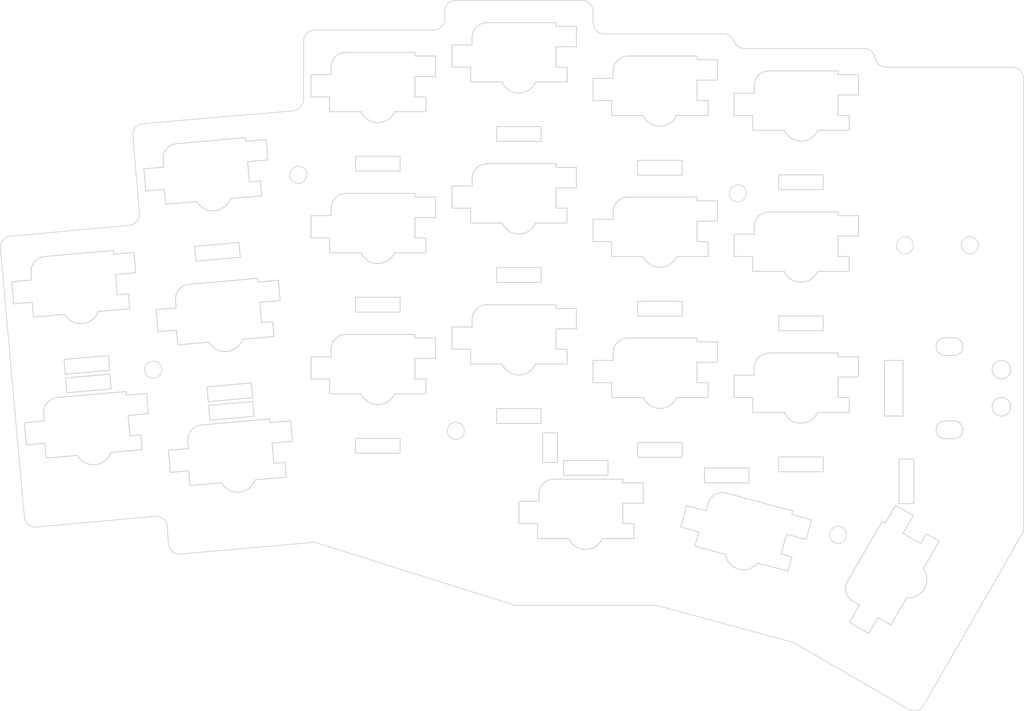
<source format=kicad_pcb>
(kicad_pcb (version 20211014) (generator pcbnew)
  (layers (0 "F.Cu" signal) (31 "B.Cu" signal) (34 "B.Paste" user) (35 "F.Paste" user) (36 "B.SilkS" user "B.Silkscreen") (37 "F.SilkS" user "F.Silkscreen") (38 "B.Mask" user) (39 "F.Mask" user) (44 "Edge.Cuts" user))
  (net 0 "")
  (footprint "pica:Cutout_CherryMX_Hotswap" (layer "F.Cu") (at 97.75 59.5)
    (fp_text reference "SW2" hide)
    (fp_text value "SW_PUSH" hide)
    (fp_line (start -9 -1) (end -6.5 -1) (layer "Edge.Cuts") (width 0.12))
    (fp_line (start -6.5 -1) (end -6.5 1) (layer "Edge.Cuts") (width 0.12))
    (fp_line (start 5 -6.5) (end 5 -7) (layer "Edge.Cuts") (width 0.12))
    (fp_line (start 5 -3.75) (end 7.75 -3.75) (layer "Edge.Cuts") (width 0.12))
    (fp_line (start -6.5 1) (end -2.25 1) (layer "Edge.Cuts") (width 0.12))
    (fp_line (start 6.5 -1) (end 5 -1) (layer "Edge.Cuts") (width 0.12))
    (fp_line (start 7.75 -3.75) (end 7.75 -6.5) (layer "Edge.Cuts") (width 0.12))
    (fp_line (start -6.3 -4) (end -6.3 -4.9) (layer "Edge.Cuts") (width 0.12))
    (fp_line (start 5 -1) (end 5 -3.75) (layer "Edge.Cuts") (width 0.12))
    (fp_line (start 2.25 1) (end 6.5 1) (layer "Edge.Cuts") (width 0.12))
    (fp_line (start 7.75 -6.5) (end 5 -6.5) (layer "Edge.Cuts") (width 0.12))
    (fp_line (start 6.5 1) (end 6.5 -1) (layer "Edge.Cuts") (width 0.12))
    (fp_line (start -6.3 -4) (end -9 -4) (layer "Edge.Cuts") (width 0.12))
    (fp_line (start -9 -4) (end -9 -1) (layer "Edge.Cuts") (width 0.12))
    (fp_line (start 5 -7) (end -4.285786 -7) (layer "Edge.Cuts") (width 0.12))
    (fp_arc (start -6.3 -4.9) (mid -5.740696 -6.37951) (end -4.285786 -7) (layer "Edge.Cuts") (width 0.12))
    (fp_arc (start 2.25 1) (mid 0 2.462214) (end -2.25 1) (layer "Edge.Cuts") (width 0.12))
  )
  (footprint "pica:Cutout_CherryMX_Hotswap" (layer "F.Cu") (at 169.25 123.5 60)
    (fp_text reference "SW20" hide)
    (fp_text value "SW_PUSH" hide)
    (fp_line (start 7.75 -3.75) (end 7.75 -6.5) (layer "Edge.Cuts") (width 0.12))
    (fp_line (start 7.75 -6.5) (end 5 -6.5) (layer "Edge.Cuts") (width 0.12))
    (fp_line (start -9 -4) (end -9 -1) (layer "Edge.Cuts") (width 0.12))
    (fp_line (start -9 -1) (end -6.5 -1) (layer "Edge.Cuts") (width 0.12))
    (fp_line (start 6.5 -1) (end 5 -1) (layer "Edge.Cuts") (width 0.12))
    (fp_line (start 6.5 1) (end 6.5 -1) (layer "Edge.Cuts") (width 0.12))
    (fp_line (start -6.5 -1) (end -6.5 1) (layer "Edge.Cuts") (width 0.12))
    (fp_line (start -6.3 -4) (end -9 -4) (layer "Edge.Cuts") (width 0.12))
    (fp_line (start -6.3 -4) (end -6.3 -4.9) (layer "Edge.Cuts") (width 0.12))
    (fp_line (start 5 -3.75) (end 7.75 -3.75) (layer "Edge.Cuts") (width 0.12))
    (fp_line (start 5 -1) (end 5 -3.75) (layer "Edge.Cuts") (width 0.12))
    (fp_line (start -6.5 1) (end -2.25 1) (layer "Edge.Cuts") (width 0.12))
    (fp_line (start 2.25 1) (end 6.5 1) (layer "Edge.Cuts") (width 0.12))
    (fp_line (start 5 -6.5) (end 5 -7) (layer "Edge.Cuts") (width 0.12))
    (fp_line (start 5 -7) (end -4.285786 -7) (layer "Edge.Cuts") (width 0.12))
    (fp_arc (start -6.3 -4.9) (mid -5.740696 -6.37951) (end -4.285786 -7) (layer "Edge.Cuts") (width 0.12))
    (fp_arc (start 2.25 1) (mid 0 2.462214) (end -2.25 1) (layer "Edge.Cuts") (width 0.12))
  )
  (footprint "pica:Cutout_RotaryEncoder_EC11" (layer "F.Cu") (at 174.75 97.75)
    (fp_text reference "RE1")
    (fp_text value "RotaryEncoder_Switch")
    (fp_line (start -0.6 4.4) (end 0.6 4.4) (layer "Edge.Cuts") (width 0.12))
    (fp_line (start -0.6 6.8) (end 0.6 6.8) (layer "Edge.Cuts") (width 0.12))
    (fp_line (start -0.6 -4.4) (end 0.6 -4.4) (layer "Edge.Cuts") (width 0.12))
    (fp_line (start -0.6 -6.8) (end 0.6 -6.8) (layer "Edge.Cuts") (width 0.12))
    (fp_rect (start -8.75 -3.75) (end -6.25 3.75) (layer "Edge.Cuts") (width 0.12) (fill none))
    (fp_arc (start -0.6 6.8) (mid -1.8 5.6) (end -0.6 4.4) (layer "Edge.Cuts") (width 0.12))
    (fp_arc (start -0.6 -4.4) (mid -1.8 -5.6) (end -0.6 -6.8) (layer "Edge.Cuts") (width 0.12))
    (fp_arc (start 0.6 4.4) (mid 1.8 5.6) (end 0.6 6.8) (layer "Edge.Cuts") (width 0.12))
    (fp_arc (start 0.6 -6.8) (mid 1.8 -5.6) (end 0.6 -4.4) (layer "Edge.Cuts") (width 0.12))
    (fp_circle (center 7 -2.5) (end 7 -3.75) (layer "Edge.Cuts") (width 0.12) (fill none))
    (fp_circle (center 7 2.5) (end 7 1.25) (layer "Edge.Cuts") (width 0.12) (fill none))
  )
  (footprint "pica:thread_m2_hole" (layer "F.Cu") (at 87.05 69)
    (fp_text reference "H1" hide)
    (fp_text value "MountingHole" hide)
    (fp_circle (center 0 0) (end 1.15 0) (layer "Edge.Cuts") (width 0.1) (fill none))
  )
  (footprint "pica:Cutout_CherryMX_Hotswap" (layer "F.Cu") (at 97.75 97.5)
    (fp_text reference "SW12" hide)
    (fp_text value "SW_PUSH" hide)
    (fp_line (start 5 -7) (end -4.285786 -7) (layer "Edge.Cuts") (width 0.12))
    (fp_line (start -6.5 -1) (end -6.5 1) (layer "Edge.Cuts") (width 0.12))
    (fp_line (start 6.5 1) (end 6.5 -1) (layer "Edge.Cuts") (width 0.12))
    (fp_line (start 7.75 -6.5) (end 5 -6.5) (layer "Edge.Cuts") (width 0.12))
    (fp_line (start 5 -1) (end 5 -3.75) (layer "Edge.Cuts") (width 0.12))
    (fp_line (start 7.75 -3.75) (end 7.75 -6.5) (layer "Edge.Cuts") (width 0.12))
    (fp_line (start -6.5 1) (end -2.25 1) (layer "Edge.Cuts") (width 0.12))
    (fp_line (start -9 -1) (end -6.5 -1) (layer "Edge.Cuts") (width 0.12))
    (fp_line (start -6.3 -4) (end -9 -4) (layer "Edge.Cuts") (width 0.12))
    (fp_line (start 5 -3.75) (end 7.75 -3.75) (layer "Edge.Cuts") (width 0.12))
    (fp_line (start 5 -6.5) (end 5 -7) (layer "Edge.Cuts") (width 0.12))
    (fp_line (start 2.25 1) (end 6.5 1) (layer "Edge.Cuts") (width 0.12))
    (fp_line (start 6.5 -1) (end 5 -1) (layer "Edge.Cuts") (width 0.12))
    (fp_line (start -6.3 -4) (end -6.3 -4.9) (layer "Edge.Cuts") (width 0.12))
    (fp_line (start -9 -4) (end -9 -1) (layer "Edge.Cuts") (width 0.12))
    (fp_arc (start -6.3 -4.9) (mid -5.740696 -6.37951) (end -4.285786 -7) (layer "Edge.Cuts") (width 0.12))
    (fp_arc (start 2.25 1) (mid 0 2.462214) (end -2.25 1) (layer "Edge.Cuts") (width 0.12))
  )
  (footprint "pica:Cutout_CherryMX_Hotswap" (layer "F.Cu") (at 135.75 98)
    (fp_text reference "SW14" hide)
    (fp_text value "SW_PUSH" hide)
    (fp_line (start 5 -3.75) (end 7.75 -3.75) (layer "Edge.Cuts") (width 0.12))
    (fp_line (start 7.75 -6.5) (end 5 -6.5) (layer "Edge.Cuts") (width 0.12))
    (fp_line (start 5 -6.5) (end 5 -7) (layer "Edge.Cuts") (width 0.12))
    (fp_line (start 6.5 -1) (end 5 -1) (layer "Edge.Cuts") (width 0.12))
    (fp_line (start -6.3 -4) (end -6.3 -4.9) (layer "Edge.Cuts") (width 0.12))
    (fp_line (start -9 -1) (end -6.5 -1) (layer "Edge.Cuts") (width 0.12))
    (fp_line (start -9 -4) (end -9 -1) (layer "Edge.Cuts") (width 0.12))
    (fp_line (start 5 -7) (end -4.285786 -7) (layer "Edge.Cuts") (width 0.12))
    (fp_line (start -6.5 1) (end -2.25 1) (layer "Edge.Cuts") (width 0.12))
    (fp_line (start 6.5 1) (end 6.5 -1) (layer "Edge.Cuts") (width 0.12))
    (fp_line (start 2.25 1) (end 6.5 1) (layer "Edge.Cuts") (width 0.12))
    (fp_line (start 5 -1) (end 5 -3.75) (layer "Edge.Cuts") (width 0.12))
    (fp_line (start -6.3 -4) (end -9 -4) (layer "Edge.Cuts") (width 0.12))
    (fp_line (start -6.5 -1) (end -6.5 1) (layer "Edge.Cuts") (width 0.12))
    (fp_line (start 7.75 -3.75) (end 7.75 -6.5) (layer "Edge.Cuts") (width 0.12))
    (fp_arc (start 2.25 1) (mid 0 2.462214) (end -2.25 1) (layer "Edge.Cuts") (width 0.12))
    (fp_arc (start -6.3 -4.9) (mid -5.740696 -6.37951) (end -4.285786 -7) (layer "Edge.Cuts") (width 0.12))
  )
  (footprint "pica:Cutout_CherryMX_Hotswap" (layer "F.Cu") (at 154.75 81)
    (fp_text reference "SW10" hide)
    (fp_text value "SW_PUSH" hide)
    (fp_line (start 5 -3.75) (end 7.75 -3.75) (layer "Edge.Cuts") (width 0.12))
    (fp_line (start 2.25 1) (end 6.5 1) (layer "Edge.Cuts") (width 0.12))
    (fp_line (start 7.75 -3.75) (end 7.75 -6.5) (layer "Edge.Cuts") (width 0.12))
    (fp_line (start -6.3 -4) (end -9 -4) (layer "Edge.Cuts") (width 0.12))
    (fp_line (start -6.3 -4) (end -6.3 -4.9) (layer "Edge.Cuts") (width 0.12))
    (fp_line (start -9 -1) (end -6.5 -1) (layer "Edge.Cuts") (width 0.12))
    (fp_line (start -6.5 -1) (end -6.5 1) (layer "Edge.Cuts") (width 0.12))
    (fp_line (start 5 -7) (end -4.285786 -7) (layer "Edge.Cuts") (width 0.12))
    (fp_line (start 7.75 -6.5) (end 5 -6.5) (layer "Edge.Cuts") (width 0.12))
    (fp_line (start 6.5 1) (end 6.5 -1) (layer "Edge.Cuts") (width 0.12))
    (fp_line (start -9 -4) (end -9 -1) (layer "Edge.Cuts") (width 0.12))
    (fp_line (start 6.5 -1) (end 5 -1) (layer "Edge.Cuts") (width 0.12))
    (fp_line (start 5 -6.5) (end 5 -7) (layer "Edge.Cuts") (width 0.12))
    (fp_line (start 5 -1) (end 5 -3.75) (layer "Edge.Cuts") (width 0.12))
    (fp_line (start -6.5 1) (end -2.25 1) (layer "Edge.Cuts") (width 0.12))
    (fp_arc (start -6.3 -4.9) (mid -5.740696 -6.37951) (end -4.285786 -7) (layer "Edge.Cuts") (width 0.12))
    (fp_arc (start 2.25 1) (mid 0 2.462214) (end -2.25 1) (layer "Edge.Cuts") (width 0.12))
  )
  (footprint "pica:thread_m2_hole" (layer "F.Cu") (at 67.5 95.25 5)
    (fp_text reference "H3" hide)
    (fp_text value "MountingHole" hide)
    (fp_circle (center 0 0) (end 1.15 0) (layer "Edge.Cuts") (width 0.1) (fill none))
  )
  (footprint "pica:Cutout_CherryMX_Hotswap" (layer "F.Cu") (at 78.85 109.3 5)
    (fp_text reference "SW11" hide)
    (fp_text value "SW_PUSH" hide)
    (fp_line (start 2.25 1) (end 6.5 1) (layer "Edge.Cuts") (width 0.12))
    (fp_line (start -6.3 -4) (end -6.3 -4.9) (layer "Edge.Cuts") (width 0.12))
    (fp_line (start -6.5 -1) (end -6.5 1) (layer "Edge.Cuts") (width 0.12))
    (fp_line (start 7.75 -6.5) (end 5 -6.5) (layer "Edge.Cuts") (width 0.12))
    (fp_line (start 5 -1) (end 5 -3.75) (layer "Edge.Cuts") (width 0.12))
    (fp_line (start 6.5 -1) (end 5 -1) (layer "Edge.Cuts") (width 0.12))
    (fp_line (start -9 -1) (end -6.5 -1) (layer "Edge.Cuts") (width 0.12))
    (fp_line (start -9 -4) (end -9 -1) (layer "Edge.Cuts") (width 0.12))
    (fp_line (start 5 -3.75) (end 7.75 -3.75) (layer "Edge.Cuts") (width 0.12))
    (fp_line (start 5 -6.5) (end 5 -7) (layer "Edge.Cuts") (width 0.12))
    (fp_line (start -6.5 1) (end -2.25 1) (layer "Edge.Cuts") (width 0.12))
    (fp_line (start 5 -7) (end -4.285786 -7) (layer "Edge.Cuts") (width 0.12))
    (fp_line (start -6.3 -4) (end -9 -4) (layer "Edge.Cuts") (width 0.12))
    (fp_line (start 6.5 1) (end 6.5 -1) (layer "Edge.Cuts") (width 0.12))
    (fp_line (start 7.75 -3.75) (end 7.75 -6.5) (layer "Edge.Cuts") (width 0.12))
    (fp_arc (start -6.3 -4.9) (mid -5.740696 -6.37951) (end -4.285786 -7) (layer "Edge.Cuts") (width 0.12))
    (fp_arc (start 2.25 1) (mid 0 2.462214) (end -2.25 1) (layer "Edge.Cuts") (width 0.12))
  )
  (footprint "pica:Cutout_CherryMX_Hotswap" (layer "F.Cu") (at 154.75 62)
    (fp_text reference "SW5" hide)
    (fp_text value "SW_PUSH" hide)
    (fp_line (start 5 -6.5) (end 5 -7) (layer "Edge.Cuts") (width 0.12))
    (fp_line (start 7.75 -6.5) (end 5 -6.5) (layer "Edge.Cuts") (width 0.12))
    (fp_line (start -6.5 1) (end -2.25 1) (layer "Edge.Cuts") (width 0.12))
    (fp_line (start 6.5 1) (end 6.5 -1) (layer "Edge.Cuts") (width 0.12))
    (fp_line (start 7.75 -3.75) (end 7.75 -6.5) (layer "Edge.Cuts") (width 0.12))
    (fp_line (start -6.3 -4) (end -9 -4) (layer "Edge.Cuts") (width 0.12))
    (fp_line (start -6.3 -4) (end -6.3 -4.9) (layer "Edge.Cuts") (width 0.12))
    (fp_line (start 5 -3.75) (end 7.75 -3.75) (layer "Edge.Cuts") (width 0.12))
    (fp_line (start -9 -1) (end -6.5 -1) (layer "Edge.Cuts") (width 0.12))
    (fp_line (start 2.25 1) (end 6.5 1) (layer "Edge.Cuts") (width 0.12))
    (fp_line (start 6.5 -1) (end 5 -1) (layer "Edge.Cuts") (width 0.12))
    (fp_line (start -6.5 -1) (end -6.5 1) (layer "Edge.Cuts") (width 0.12))
    (fp_line (start 5 -1) (end 5 -3.75) (layer "Edge.Cuts") (width 0.12))
    (fp_line (start 5 -7) (end -4.285786 -7) (layer "Edge.Cuts") (width 0.12))
    (fp_line (start -9 -4) (end -9 -1) (layer "Edge.Cuts") (width 0.12))
    (fp_arc (start -6.3 -4.9) (mid -5.740696 -6.37951) (end -4.285786 -7) (layer "Edge.Cuts") (width 0.12))
    (fp_arc (start 2.25 1) (mid 0 2.462214) (end -2.25 1) (layer "Edge.Cuts") (width 0.12))
  )
  (footprint "pica:Cutout_CherryMX_Hotswap" (layer "F.Cu") (at 135.75 79)
    (fp_text reference "SW9" hide)
    (fp_text value "SW_PUSH" hide)
    (fp_line (start 6.5 1) (end 6.5 -1) (layer "Edge.Cuts") (width 0.12))
    (fp_line (start -6.3 -4) (end -6.3 -4.9) (layer "Edge.Cuts") (width 0.12))
    (fp_line (start 5 -7) (end -4.285786 -7) (layer "Edge.Cuts") (width 0.12))
    (fp_line (start 5 -3.75) (end 7.75 -3.75) (layer "Edge.Cuts") (width 0.12))
    (fp_line (start 5 -1) (end 5 -3.75) (layer "Edge.Cuts") (width 0.12))
    (fp_line (start -6.5 -1) (end -6.5 1) (layer "Edge.Cuts") (width 0.12))
    (fp_line (start -9 -4) (end -9 -1) (layer "Edge.Cuts") (width 0.12))
    (fp_line (start 2.25 1) (end 6.5 1) (layer "Edge.Cuts") (width 0.12))
    (fp_line (start 7.75 -6.5) (end 5 -6.5) (layer "Edge.Cuts") (width 0.12))
    (fp_line (start -6.5 1) (end -2.25 1) (layer "Edge.Cuts") (width 0.12))
    (fp_line (start 7.75 -3.75) (end 7.75 -6.5) (layer "Edge.Cuts") (width 0.12))
    (fp_line (start -9 -1) (end -6.5 -1) (layer "Edge.Cuts") (width 0.12))
    (fp_line (start -6.3 -4) (end -9 -4) (layer "Edge.Cuts") (width 0.12))
    (fp_line (start 6.5 -1) (end 5 -1) (layer "Edge.Cuts") (width 0.12))
    (fp_line (start 5 -6.5) (end 5 -7) (layer "Edge.Cuts") (width 0.12))
    (fp_arc (start 2.25 1) (mid 0 2.462214) (end -2.25 1) (layer "Edge.Cuts") (width 0.12))
    (fp_arc (start -6.3 -4.9) (mid -5.740696 -6.37951) (end -4.285786 -7) (layer "Edge.Cuts") (width 0.12))
  )
  (footprint "pica:Cutout_CherryMX_Hotswap" (layer "F.Cu") (at 116.75 74.5)
    (fp_text reference "SW8" hide)
    (fp_text value "SW_PUSH" hide)
    (fp_line (start 7.75 -3.75) (end 7.75 -6.5) (layer "Edge.Cuts") (width 0.12))
    (fp_line (start -6.5 -1) (end -6.5 1) (layer "Edge.Cuts") (width 0.12))
    (fp_line (start -6.3 -4) (end -9 -4) (layer "Edge.Cuts") (width 0.12))
    (fp_line (start -9 -1) (end -6.5 -1) (layer "Edge.Cuts") (width 0.12))
    (fp_line (start -9 -4) (end -9 -1) (layer "Edge.Cuts") (width 0.12))
    (fp_line (start -6.3 -4) (end -6.3 -4.9) (layer "Edge.Cuts") (width 0.12))
    (fp_line (start 6.5 1) (end 6.5 -1) (layer "Edge.Cuts") (width 0.12))
    (fp_line (start 2.25 1) (end 6.5 1) (layer "Edge.Cuts") (width 0.12))
    (fp_line (start 6.5 -1) (end 5 -1) (layer "Edge.Cuts") (width 0.12))
    (fp_line (start 5 -6.5) (end 5 -7) (layer "Edge.Cuts") (width 0.12))
    (fp_line (start 7.75 -6.5) (end 5 -6.5) (layer "Edge.Cuts") (width 0.12))
    (fp_line (start 5 -7) (end -4.285786 -7) (layer "Edge.Cuts") (width 0.12))
    (fp_line (start 5 -3.75) (end 7.75 -3.75) (layer "Edge.Cuts") (width 0.12))
    (fp_line (start 5 -1) (end 5 -3.75) (layer "Edge.Cuts") (width 0.12))
    (fp_line (start -6.5 1) (end -2.25 1) (layer "Edge.Cuts") (width 0.12))
    (fp_arc (start 2.25 1) (mid 0 2.462214) (end -2.25 1) (layer "Edge.Cuts") (width 0.12))
    (fp_arc (start -6.3 -4.9) (mid -5.740696 -6.37951) (end -4.285786 -7) (layer "Edge.Cuts") (width 0.12))
  )
  (footprint "pica:Cutout_JST_PH_S2B-PH-K_1x02_P2.00mm" (layer "F.Cu") (at 120.95 104.75 -90)
    (fp_text reference "BATTCONN2" hide)
    (fp_text value "Conn_01x02_Female" hide)
    (fp_rect (start -1 -1) (end 3 1) (layer "Edge.Cuts") (width 0.12) (fill none))
  )
  (footprint "pica:Cutout_CherryMX_Hotswap" (layer "F.Cu") (at 154.75 100)
    (fp_text reference "SW15" hide)
    (fp_text value "SW_PUSH" hide)
    (fp_line (start -6.5 1) (end -2.25 1) (layer "Edge.Cuts") (width 0.12))
    (fp_line (start -6.3 -4) (end -6.3 -4.9) (layer "Edge.Cuts") (width 0.12))
    (fp_line (start 6.5 1) (end 6.5 -1) (layer "Edge.Cuts") (width 0.12))
    (fp_line (start 5 -1) (end 5 -3.75) (layer "Edge.Cuts") (width 0.12))
    (fp_line (start 7.75 -6.5) (end 5 -6.5) (layer "Edge.Cuts") (width 0.12))
    (fp_line (start 5 -6.5) (end 5 -7) (layer "Edge.Cuts") (width 0.12))
    (fp_line (start -6.3 -4) (end -9 -4) (layer "Edge.Cuts") (width 0.12))
    (fp_line (start 5 -7) (end -4.285786 -7) (layer "Edge.Cuts") (width 0.12))
    (fp_line (start -9 -4) (end -9 -1) (layer "Edge.Cuts") (width 0.12))
    (fp_line (start 2.25 1) (end 6.5 1) (layer "Edge.Cuts") (width 0.12))
    (fp_line (start -6.5 -1) (end -6.5 1) (layer "Edge.Cuts") (width 0.12))
    (fp_line (start 5 -3.75) (end 7.75 -3.75) (layer "Edge.Cuts") (width 0.12))
    (fp_line (start 6.5 -1) (end 5 -1) (layer "Edge.Cuts") (width 0.12))
    (fp_line (start -9 -1) (end -6.5 -1) (layer "Edge.Cuts") (width 0.12))
    (fp_line (start 7.75 -3.75) (end 7.75 -6.5) (layer "Edge.Cuts") (width 0.12))
    (fp_arc (start -6.3 -4.9) (mid -5.740696 -6.37951) (end -4.285786 -7) (layer "Edge.Cuts") (width 0.12))
    (fp_arc (start 2.25 1) (mid 0 2.462214) (end -2.25 1) (layer "Edge.Cuts") (width 0.12))
  )
  (footprint "pica:Cutout_CherryMX_Hotswap" (layer "F.Cu") (at 59.45 105.6 5)
    (fp_text reference "SW17" hide)
    (fp_text value "SW_PUSH" hide)
    (fp_line (start 6.5 1) (end 6.5 -1) (layer "Edge.Cuts") (width 0.12))
    (fp_line (start 5 -6.5) (end 5 -7) (layer "Edge.Cuts") (width 0.12))
    (fp_line (start -9 -1) (end -6.5 -1) (layer "Edge.Cuts") (width 0.12))
    (fp_line (start 7.75 -6.5) (end 5 -6.5) (layer "Edge.Cuts") (width 0.12))
    (fp_line (start -9 -4) (end -9 -1) (layer "Edge.Cuts") (width 0.12))
    (fp_line (start 2.25 1) (end 6.5 1) (layer "Edge.Cuts") (width 0.12))
    (fp_line (start 5 -1) (end 5 -3.75) (layer "Edge.Cuts") (width 0.12))
    (fp_line (start 6.5 -1) (end 5 -1) (layer "Edge.Cuts") (width 0.12))
    (fp_line (start 7.75 -3.75) (end 7.75 -6.5) (layer "Edge.Cuts") (width 0.12))
    (fp_line (start -6.5 1) (end -2.25 1) (layer "Edge.Cuts") (width 0.12))
    (fp_line (start 5 -3.75) (end 7.75 -3.75) (layer "Edge.Cuts") (width 0.12))
    (fp_line (start 5 -7) (end -4.285786 -7) (layer "Edge.Cuts") (width 0.12))
    (fp_line (start -6.5 -1) (end -6.5 1) (layer "Edge.Cuts") (width 0.12))
    (fp_line (start -6.3 -4) (end -9 -4) (layer "Edge.Cuts") (width 0.12))
    (fp_line (start -6.3 -4) (end -6.3 -4.9) (layer "Edge.Cuts") (width 0.12))
    (fp_arc (start -6.3 -4.9) (mid -5.740696 -6.37951) (end -4.285786 -7) (layer "Edge.Cuts") (width 0.12))
    (fp_arc (start 2.25 1) (mid 0 2.462214) (end -2.25 1) (layer "Edge.Cuts") (width 0.12))
  )
  (footprint "pica:thread_m2_hole" (layer "F.Cu") (at 108.25 103.5)
    (fp_text reference "H4" hide)
    (fp_text value "MountingHole" hide)
    (fp_circle (center 0 0) (end 1.15 0) (layer "Edge.Cuts") (width 0.1) (fill none))
  )
  (footprint "pica:Cutout_CherryMX_Hotswap" (layer "F.Cu") (at 97.75 78.5)
    (fp_text reference "SW7" hide)
    (fp_text value "SW_PUSH" hide)
    (fp_line (start 5 -1) (end 5 -3.75) (layer "Edge.Cuts") (width 0.12))
    (fp_line (start 6.5 -1) (end 5 -1) (layer "Edge.Cuts") (width 0.12))
    (fp_line (start 5 -3.75) (end 7.75 -3.75) (layer "Edge.Cuts") (width 0.12))
    (fp_line (start 7.75 -3.75) (end 7.75 -6.5) (layer "Edge.Cuts") (width 0.12))
    (fp_line (start -6.5 1) (end -2.25 1) (layer "Edge.Cuts") (width 0.12))
    (fp_line (start -6.5 -1) (end -6.5 1) (layer "Edge.Cuts") (width 0.12))
    (fp_line (start -9 -1) (end -6.5 -1) (layer "Edge.Cuts") (width 0.12))
    (fp_line (start -6.3 -4) (end -9 -4) (layer "Edge.Cuts") (width 0.12))
    (fp_line (start 7.75 -6.5) (end 5 -6.5) (layer "Edge.Cuts") (width 0.12))
    (fp_line (start 5 -7) (end -4.285786 -7) (layer "Edge.Cuts") (width 0.12))
    (fp_line (start 5 -6.5) (end 5 -7) (layer "Edge.Cuts") (width 0.12))
    (fp_line (start 6.5 1) (end 6.5 -1) (layer "Edge.Cuts") (width 0.12))
    (fp_line (start 2.25 1) (end 6.5 1) (layer "Edge.Cuts") (width 0.12))
    (fp_line (start -9 -4) (end -9 -1) (layer "Edge.Cuts") (width 0.12))
    (fp_line (start -6.3 -4) (end -6.3 -4.9) (layer "Edge.Cuts") (width 0.12))
    (fp_arc (start -6.3 -4.9) (mid -5.740696 -6.37951) (end -4.285786 -7) (layer "Edge.Cuts") (width 0.12))
    (fp_arc (start 2.25 1) (mid 0 2.462214) (end -2.25 1) (layer "Edge.Cuts") (width 0.12))
  )
  (footprint "pica:Cutout_CherryMX_Hotswap" (layer "F.Cu") (at 57.75 86.6 5)
    (fp_text reference "SW16" hide)
    (fp_text value "SW_PUSH" hide)
    (fp_line (start 5 -3.75) (end 7.75 -3.75) (layer "Edge.Cuts") (width 0.12))
    (fp_line (start 6.5 1) (end 6.5 -1) (layer "Edge.Cuts") (width 0.12))
    (fp_line (start -6.3 -4) (end -6.3 -4.9) (layer "Edge.Cuts") (width 0.12))
    (fp_line (start -6.5 1) (end -2.25 1) (layer "Edge.Cuts") (width 0.12))
    (fp_line (start 2.25 1) (end 6.5 1) (layer "Edge.Cuts") (width 0.12))
    (fp_line (start 5 -1) (end 5 -3.75) (layer "Edge.Cuts") (width 0.12))
    (fp_line (start 7.75 -3.75) (end 7.75 -6.5) (layer "Edge.Cuts") (width 0.12))
    (fp_line (start 7.75 -6.5) (end 5 -6.5) (layer "Edge.Cuts") (width 0.12))
    (fp_line (start -9 -4) (end -9 -1) (layer "Edge.Cuts") (width 0.12))
    (fp_line (start -9 -1) (end -6.5 -1) (layer "Edge.Cuts") (width 0.12))
    (fp_line (start -6.3 -4) (end -9 -4) (layer "Edge.Cuts") (width 0.12))
    (fp_line (start 5 -7) (end -4.285786 -7) (layer "Edge.Cuts") (width 0.12))
    (fp_line (start -6.5 -1) (end -6.5 1) (layer "Edge.Cuts") (width 0.12))
    (fp_line (start 6.5 -1) (end 5 -1) (layer "Edge.Cuts") (width 0.12))
    (fp_line (start 5 -6.5) (end 5 -7) (layer "Edge.Cuts") (width 0.12))
    (fp_arc (start -6.3 -4.9) (mid -5.740696 -6.37951) (end -4.285786 -7) (layer "Edge.Cuts") (width 0.12))
    (fp_arc (start 2.25 1) (mid 0 2.462214) (end -2.25 1) (layer "Edge.Cuts") (width 0.12))
  )
  (footprint "pica:thread_m2_hole" (layer "F.Cu") (at 168.75 78.5)
    (fp_text reference "H6" hide)
    (fp_text value "MountingHole" hide)
    (fp_circle (center 0 0) (end 1.15 0) (layer "Edge.Cuts") (width 0.1) (fill none))
  )
  (footprint "pica:Cutout_CherryMX_Hotswap" (layer "F.Cu") (at 77.2 90.35 5)
    (fp_text reference "SW6" hide)
    (fp_text value "SW_PUSH" hide)
    (fp_line (start -9 -1) (end -6.5 -1) (layer "Edge.Cuts") (width 0.12))
    (fp_line (start -6.3 -4) (end -9 -4) (layer "Edge.Cuts") (width 0.12))
    (fp_line (start 5 -1) (end 5 -3.75) (layer "Edge.Cuts") (width 0.12))
    (fp_line (start -6.5 1) (end -2.25 1) (layer "Edge.Cuts") (width 0.12))
    (fp_line (start 2.25 1) (end 6.5 1) (layer "Edge.Cuts") (width 0.12))
    (fp_line (start 5 -7) (end -4.285786 -7) (layer "Edge.Cuts") (width 0.12))
    (fp_line (start 7.75 -6.5) (end 5 -6.5) (layer "Edge.Cuts") (width 0.12))
    (fp_line (start 6.5 1) (end 6.5 -1) (layer "Edge.Cuts") (width 0.12))
    (fp_line (start 5 -3.75) (end 7.75 -3.75) (layer "Edge.Cuts") (width 0.12))
    (fp_line (start 7.75 -3.75) (end 7.75 -6.5) (layer "Edge.Cuts") (width 0.12))
    (fp_line (start -6.3 -4) (end -6.3 -4.9) (layer "Edge.Cuts") (width 0.12))
    (fp_line (start 5 -6.5) (end 5 -7) (layer "Edge.Cuts") (width 0.12))
    (fp_line (start 6.5 -1) (end 5 -1) (layer "Edge.Cuts") (width 0.12))
    (fp_line (start -9 -4) (end -9 -1) (layer "Edge.Cuts") (width 0.12))
    (fp_line (start -6.5 -1) (end -6.5 1) (layer "Edge.Cuts") (width 0.12))
    (fp_arc (start -6.3 -4.9) (mid -5.740696 -6.37951) (end -4.285786 -7) (layer "Edge.Cuts") (width 0.12))
    (fp_arc (start 2.25 1) (mid 0 2.462214) (end -2.25 1) (layer "Edge.Cuts") (width 0.12))
  )
  (footprint "pica:Cutout_CherryMX_Hotswap" (layer "F.Cu") (at 147 119.75 -15)
    (fp_text reference "SW19" hide)
    (fp_text value "SW_PUSH" hide)
    (fp_line (start 2.25 1) (end 6.5 1) (layer "Edge.Cuts") (width 0.12))
    (fp_line (start 5 -6.5) (end 5 -7) (layer "Edge.Cuts") (width 0.12))
    (fp_line (start 7.75 -6.5) (end 5 -6.5) (layer "Edge.Cuts") (width 0.12))
    (fp_line (start 5 -7) (end -4.285786 -7) (layer "Edge.Cuts") (width 0.12))
    (fp_line (start -6.3 -4) (end -9 -4) (layer "Edge.Cuts") (width 0.12))
    (fp_line (start 6.5 1) (end 6.5 -1) (layer "Edge.Cuts") (width 0.12))
    (fp_line (start -6.5 1) (end -2.25 1) (layer "Edge.Cuts") (width 0.12))
    (fp_line (start 5 -3.75) (end 7.75 -3.75) (layer "Edge.Cuts") (width 0.12))
    (fp_line (start 5 -1) (end 5 -3.75) (layer "Edge.Cuts") (width 0.12))
    (fp_line (start -6.3 -4) (end -6.3 -4.9) (layer "Edge.Cuts") (width 0.12))
    (fp_line (start 6.5 -1) (end 5 -1) (layer "Edge.Cuts") (width 0.12))
    (fp_line (start -9 -4) (end -9 -1) (layer "Edge.Cuts") (width 0.12))
    (fp_line (start -6.5 -1) (end -6.5 1) (layer "Edge.Cuts") (width 0.12))
    (fp_line (start 7.75 -3.75) (end 7.75 -6.5) (layer "Edge.Cuts") (width 0.12))
    (fp_line (start -9 -1) (end -6.5 -1) (layer "Edge.Cuts") (width 0.12))
    (fp_arc (start -6.3 -4.9) (mid -5.740696 -6.37951) (end -4.285786 -7) (layer "Edge.Cuts") (width 0.12))
    (fp_arc (start 2.25 1) (mid 0 2.462214) (end -2.25 1) (layer "Edge.Cuts") (width 0.12))
  )
  (footprint "pica:thread_m2_hole" (layer "F.Cu") (at 177.5 78.5)
    (fp_text reference "H7" hide)
    (fp_text value "MountingHole" hide)
    (fp_circle (center 0 0) (end 1.15 0) (layer "Edge.Cuts") (width 0.1) (fill none))
  )
  (footprint "pica:Cutout_CherryMX_Hotswap" (layer "F.Cu") (at 75.55 71.4 5)
    (fp_text reference "SW1" hide)
    (fp_text value "SW_PUSH" hide)
    (fp_line (start -6.3 -4) (end -9 -4) (layer "Edge.Cuts") (width 0.12))
    (fp_line (start 7.75 -6.5) (end 5 -6.5) (layer "Edge.Cuts") (width 0.12))
    (fp_line (start -6.5 1) (end -2.25 1) (layer "Edge.Cuts") (width 0.12))
    (fp_line (start 7.75 -3.75) (end 7.75 -6.5) (layer "Edge.Cuts") (width 0.12))
    (fp_line (start -6.3 -4) (end -6.3 -4.9) (layer "Edge.Cuts") (width 0.12))
    (fp_line (start 5 -3.75) (end 7.75 -3.75) (layer "Edge.Cuts") (width 0.12))
    (fp_line (start -9 -1) (end -6.5 -1) (layer "Edge.Cuts") (width 0.12))
    (fp_line (start -9 -4) (end -9 -1) (layer "Edge.Cuts") (width 0.12))
    (fp_line (start 5 -6.5) (end 5 -7) (layer "Edge.Cuts") (width 0.12))
    (fp_line (start 2.25 1) (end 6.5 1) (layer "Edge.Cuts") (width 0.12))
    (fp_line (start 5 -7) (end -4.285786 -7) (layer "Edge.Cuts") (width 0.12))
    (fp_line (start 6.5 1) (end 6.5 -1) (layer "Edge.Cuts") (width 0.12))
    (fp_line (start 6.5 -1) (end 5 -1) (layer "Edge.Cuts") (width 0.12))
    (fp_line (start -6.5 -1) (end -6.5 1) (layer "Edge.Cuts") (width 0.12))
    (fp_line (start 5 -1) (end 5 -3.75) (layer "Edge.Cuts") (width 0.12))
    (fp_arc (start -6.3 -4.9) (mid -5.740696 -6.37951) (end -4.285786 -7) (layer "Edge.Cuts") (width 0.12))
    (fp_arc (start 2.25 1) (mid 0 2.462214) (end -2.25 1) (layer "Edge.Cuts") (width 0.12))
  )
  (footprint "pica:Cutout_CherryMX_Hotswap" (layer "F.Cu") (at 135.75 60)
    (fp_text reference "SW4" hide)
    (fp_text value "SW_PUSH" hide)
    (fp_line (start -6.3 -4) (end -6.3 -4.9) (layer "Edge.Cuts") (width 0.12))
    (fp_line (start -6.5 1) (end -2.25 1) (layer "Edge.Cuts") (width 0.12))
    (fp_line (start 5 -3.75) (end 7.75 -3.75) (layer "Edge.Cuts") (width 0.12))
    (fp_line (start 7.75 -6.5) (end 5 -6.5) (layer "Edge.Cuts") (width 0.12))
    (fp_line (start 6.5 1) (end 6.5 -1) (layer "Edge.Cuts") (width 0.12))
    (fp_line (start -9 -1) (end -6.5 -1) (layer "Edge.Cuts") (width 0.12))
    (fp_line (start 2.25 1) (end 6.5 1) (layer "Edge.Cuts") (width 0.12))
    (fp_line (start 5 -7) (end -4.285786 -7) (layer "Edge.Cuts") (width 0.12))
    (fp_line (start -6.5 -1) (end -6.5 1) (layer "Edge.Cuts") (width 0.12))
    (fp_line (start -9 -4) (end -9 -1) (layer "Edge.Cuts") (width 0.12))
    (fp_line (start 5 -6.5) (end 5 -7) (layer "Edge.Cuts") (width 0.12))
    (fp_line (start 6.5 -1) (end 5 -1) (layer "Edge.Cuts") (width 0.12))
    (fp_line (start 5 -1) (end 5 -3.75) (layer "Edge.Cuts") (width 0.12))
    (fp_line (start -6.3 -4) (end -9 -4) (layer "Edge.Cuts") (width 0.12))
    (fp_line (start 7.75 -3.75) (end 7.75 -6.5) (layer "Edge.Cuts") (width 0.12))
    (fp_arc (start -6.3 -4.9) (mid -5.740696 -6.37951) (end -4.285786 -7) (layer "Edge.Cuts") (width 0.12))
    (fp_arc (start 2.25 1) (mid 0 2.462214) (end -2.25 1) (layer "Edge.Cuts") (width 0.12))
  )
  (footprint "pica:Cutout_CherryMX_Hotswap" (layer "F.Cu") (at 116.75 93.5)
    (fp_text reference "SW13" hide)
    (fp_text value "SW_PUSH" hide)
    (fp_line (start -6.3 -4) (end -9 -4) (layer "Edge.Cuts") (width 0.12))
    (fp_line (start 5 -1) (end 5 -3.75) (layer "Edge.Cuts") (width 0.12))
    (fp_line (start -6.3 -4) (end -6.3 -4.9) (layer "Edge.Cuts") (width 0.12))
    (fp_line (start -6.5 1) (end -2.25 1) (layer "Edge.Cuts") (width 0.12))
    (fp_line (start 2.25 1) (end 6.5 1) (layer "Edge.Cuts") (width 0.12))
    (fp_line (start 6.5 -1) (end 5 -1) (layer "Edge.Cuts") (width 0.12))
    (fp_line (start 5 -6.5) (end 5 -7) (layer "Edge.Cuts") (width 0.12))
    (fp_line (start 7.75 -3.75) (end 7.75 -6.5) (layer "Edge.Cuts") (width 0.12))
    (fp_line (start -9 -1) (end -6.5 -1) (layer "Edge.Cuts") (width 0.12))
    (fp_line (start 6.5 1) (end 6.5 -1) (layer "Edge.Cuts") (width 0.12))
    (fp_line (start 5 -3.75) (end 7.75 -3.75) (layer "Edge.Cuts") (width 0.12))
    (fp_line (start 7.75 -6.5) (end 5 -6.5) (layer "Edge.Cuts") (width 0.12))
    (fp_line (start -6.5 -1) (end -6.5 1) (layer "Edge.Cuts") (width 0.12))
    (fp_line (start 5 -7) (end -4.285786 -7) (layer "Edge.Cuts") (width 0.12))
    (fp_line (start -9 -4) (end -9 -1) (layer "Edge.Cuts") (width 0.12))
    (fp_arc (start -6.3 -4.9) (mid -5.740696 -6.37951) (end -4.285786 -7) (layer "Edge.Cuts") (width 0.12))
    (fp_arc (start 2.25 1) (mid 0 2.462214) (end -2.25 1) (layer "Edge.Cuts") (width 0.12))
  )
  (footprint "pica:thread_m2_hole" (layer "F.Cu") (at 159.75 117.5)
    (fp_text reference "H2" hide)
    (fp_text value "MountingHole" hide)
    (fp_circle (center 0 0) (end 1.15 0) (layer "Edge.Cuts") (width 0.1) (fill none))
  )
  (footprint "pica:thread_m2_hole" (layer "F.Cu") (at 146.25 71.5)
    (fp_text reference "H5" hide)
    (fp_text value "MountingHole" hide)
    (fp_circle (center 0 0) (end 1.15 0) (layer "Edge.Cuts") (width 0.1) (fill none))
  )
  (footprint "pica:Cutout_CherryMX_Hotswap" (layer "F.Cu") (at 125.75 117)
    (fp_text reference "SW18" hide)
    (fp_text value "SW_PUSH" hide)
    (fp_line (start 5 -7) (end -4.285786 -7) (layer "Edge.Cuts") (width 0.12))
    (fp_line (start -9 -1) (end -6.5 -1) (layer "Edge.Cuts") (width 0.12))
    (fp_line (start -6.5 -1) (end -6.5 1) (layer "Edge.Cuts") (width 0.12))
    (fp_line (start -6.3 -4) (end -6.3 -4.9) (layer "Edge.Cuts") (width 0.12))
    (fp_line (start 6.5 -1) (end 5 -1) (layer "Edge.Cuts") (width 0.12))
    (fp_line (start 2.25 1) (end 6.5 1) (layer "Edge.Cuts") (width 0.12))
    (fp_line (start -6.3 -4) (end -9 -4) (layer "Edge.Cuts") (width 0.12))
    (fp_line (start 5 -1) (end 5 -3.75) (layer "Edge.Cuts") (width 0.12))
    (fp_line (start 5 -3.75) (end 7.75 -3.75) (layer "Edge.Cuts") (width 0.12))
    (fp_line (start 6.5 1) (end 6.5 -1) (layer "Edge.Cuts") (width 0.12))
    (fp_line (start -6.5 1) (end -2.25 1) (layer "Edge.Cuts") (width 0.12))
    (fp_line (start 7.75 -6.5) (end 5 -6.5) (layer "Edge.Cuts") (width 0.12))
    (fp_line (start 7.75 -3.75) (end 7.75 -6.5) (layer "Edge.Cuts") (width 0.12))
    (fp_line (start -9 -4) (end -9 -1) (layer "Edge.Cuts") (width 0.12))
    (fp_line (start 5 -6.5) (end 5 -7) (layer "Edge.Cuts") (width 0.12))
    (fp_arc (start -6.3 -4.9) (mid -5.740696 -6.37951) (end -4.285786 -7) (layer "Edge.Cuts") (width 0.12))
    (fp_arc (start 2.25 1) (mid 0 2.462214) (end -2.25 1) (layer "Edge.Cuts") (width 0.12))
  )
  (footprint "pica:Cutout_CherryMX_Hotswap" (layer "F.Cu") (at 116.75 55.5)
    (fp_text reference "SW3" hide)
    (fp_text value "SW_PUSH" hide)
    (fp_line (start 5 -7) (end -4.285786 -7) (layer "Edge.Cuts") (width 0.12))
    (fp_line (start 6.5 -1) (end 5 -1) (layer "Edge.Cuts") (width 0.12))
    (fp_line (start -6.3 -4) (end -6.3 -4.9) (layer "Edge.Cuts") (width 0.12))
    (fp_line (start 7.75 -3.75) (end 7.75 -6.5) (layer "Edge.Cuts") (width 0.12))
    (fp_line (start 5 -1) (end 5 -3.75) (layer "Edge.Cuts") (width 0.12))
    (fp_line (start 5 -3.75) (end 7.75 -3.75) (layer "Edge.Cuts") (width 0.12))
    (fp_line (start -9 -4) (end -9 -1) (layer "Edge.Cuts") (width 0.12))
    (fp_line (start -6.3 -4) (end -9 -4) (layer "Edge.Cuts") (width 0.12))
    (fp_line (start 5 -6.5) (end 5 -7) (layer "Edge.Cuts") (width 0.12))
    (fp_line (start -6.5 -1) (end -6.5 1) (layer "Edge.Cuts") (width 0.12))
    (fp_line (start 2.25 1) (end 6.5 1) (layer "Edge.Cuts") (width 0.12))
    (fp_line (start -9 -1) (end -6.5 -1) (layer "Edge.Cuts") (width 0.12))
    (fp_line (start -6.5 1) (end -2.25 1) (layer "Edge.Cuts") (width 0.12))
    (fp_line (start 7.75 -6.5) (end 5 -6.5) (layer "Edge.Cuts") (width 0.12))
    (fp_line (start 6.5 1) (end 6.5 -1) (layer "Edge.Cuts") (width 0.12))
    (fp_arc (start 2.25 1) (mid 0 2.462214) (end -2.25 1) (layer "Edge.Cuts") (width 0.12))
    (fp_arc (start -6.3 -4.9) (mid -5.740696 -6.37951) (end -4.285786 -7) (layer "Edge.Cuts") (width 0.12))
  )
  (footprint "pica:Cutout_D3_SMD" (layer "B.Cu") (at 97.75 67.5 180)
    (fp_text reference "D2" hide)
    (fp_text value "D_Small" hide)
    (fp_rect (start -3 1) (end 3 -1) (layer "Edge.Cuts") (width 0.12) (fill none))
  )
  (footprint "pica:Cutout_D3_SMD" (layer "B.Cu") (at 135.75 106.0483 180)
    (fp_text reference "D14" hide)
    (fp_text value "D_Small" hide)
    (fp_rect (start -3 1) (end 3 -1) (layer "Edge.Cuts") (width 0.12) (fill none))
  )
  (footprint "pica:Cutout_D3_SMD" (layer "B.Cu") (at 144.75 109.5 180)
    (fp_text reference "D19" hide)
    (fp_text value "D_Small" hide)
    (fp_rect (start -3 1) (end 3 -1) (layer "Edge.Cuts") (width 0.12) (fill none))
  )
  (footprint "pica:Cutout_D3_SMD" (layer "B.Cu") (at 135.75 68.0483 180)
    (fp_text reference "D4" hide)
    (fp_text value "D_Small" hide)
    (fp_rect (start -3 1) (end 3 -1) (layer "Edge.Cuts") (width 0.12) (fill none))
  )
  (footprint "pica:Cutout_D3_SMD" (layer "B.Cu") (at 168.95 110.3 -90)
    (fp_text reference "D20" hide)
    (fp_text value "D_Small" hide)
    (fp_rect (start -3 1) (end 3 -1) (layer "Edge.Cuts") (width 0.12) (fill none))
  )
  (footprint "pica:Cutout_D3_SMD" (layer "B.Cu") (at 77.803205 98.297257 -175)
    (fp_text reference "D6" hide)
    (fp_text value "D_Small" hide)
    (fp_rect (start -3 1) (end 3 -1) (layer "Edge.Cuts") (width 0.12) (fill none))
  )
  (footprint "pica:Cutout_D3_SMD" (layer "B.Cu") (at 58.55 94.6 -175)
    (fp_text reference "D16" hide)
    (fp_text value "D_Small" hide)
    (fp_rect (start -3 1) (end 3 -1) (layer "Edge.Cuts") (width 0.12) (fill none))
  )
  (footprint "pica:Cutout_D3_SMD" (layer "B.Cu") (at 97.75 86.5 180)
    (fp_text reference "D7" hide)
    (fp_text value "D_Small" hide)
    (fp_rect (start -3 1) (end 3 -1) (layer "Edge.Cuts") (width 0.12) (fill none))
  )
  (footprint "pica:Cutout_D3_SMD" (layer "B.Cu") (at 154.75 89 180)
    (fp_text reference "D10" hide)
    (fp_text value "D_Small" hide)
    (fp_rect (start -3 1) (end 3 -1) (layer "Edge.Cuts") (width 0.12) (fill none))
  )
  (footprint "pica:Cutout_D3_SMD" (layer "B.Cu") (at 154.75 108 180)
    (fp_text reference "D15" hide)
    (fp_text value "D_Small" hide)
    (fp_rect (start -3 1) (end 3 -1) (layer "Edge.Cuts") (width 0.12) (fill none))
  )
  (footprint "pica:Cutout_D3_SMD" (layer "B.Cu") (at 116.75 63.5 180)
    (fp_text reference "D3" hide)
    (fp_text value "D_Small" hide)
    (fp_rect (start -3 1) (end 3 -1) (layer "Edge.Cuts") (width 0.12) (fill none))
  )
  (footprint "pica:Cutout_D3_SMD" (layer "B.Cu") (at 154.75 70 180)
    (fp_text reference "D5" hide)
    (fp_text value "D_Small" hide)
    (fp_rect (start -3 1) (end 3 -1) (layer "Edge.Cuts") (width 0.12) (fill none))
  )
  (footprint "pica:Cutout_D3_SMD" (layer "B.Cu") (at 135.75 87.0483 180)
    (fp_text reference "D9" hide)
    (fp_text value "D_Small" hide)
    (fp_rect (start -3 1) (end 3 -1) (layer "Edge.Cuts") (width 0.12) (fill none))
  )
  (footprint "pica:Cutout_D3_SMD" (layer "B.Cu") (at 125.75 108.5 180)
    (fp_text reference "D18" hide)
    (fp_text value "D_Small" hide)
    (fp_rect (start -3 1) (end 3 -1) (layer "Edge.Cuts") (width 0.12) (fill none))
  )
  (footprint "pica:Cutout_D3_SMD" (layer "B.Cu") (at 97.75 105.5 180)
    (fp_text reference "D12" hide)
    (fp_text value "D_Small" hide)
    (fp_rect (start -3 1) (end 3 -1) (layer "Edge.Cuts") (width 0.12) (fill none))
  )
  (footprint "pica:Cutout_D3_SMD" (layer "B.Cu") (at 58.75 97.1 -175)
    (fp_text reference "D17" hide)
    (fp_text value "D_Small" hide)
    (fp_rect (start -3 1) (end 3 -1) (layer "Edge.Cuts") (width 0.12) (fill none))
  )
  (footprint "pica:Cutout_D3_SMD" (layer "B.Cu") (at 76.147246 79.369557 -175)
    (fp_text reference "D1" hide)
    (fp_text value "D_Small" hide)
    (fp_rect (start -3 1) (end 3 -1) (layer "Edge.Cuts") (width 0.12) (fill none))
  )
  (footprint "pica:Cutout_D3_SMD" (layer "B.Cu") (at 78.021094 100.787743 -175)
    (fp_text reference "D11" hide)
    (fp_text value "D_Small" hide)
    (fp_rect (start -3 1) (end 3 -1) (layer "Edge.Cuts") (width 0.12) (fill none))
  )
  (footprint "pica:Cutout_D3_SMD" (layer "B.Cu") (at 116.75 101.5 180)
    (fp_text reference "D13" hide)
    (fp_text value "D_Small" hide)
    (fp_rect (start -3 1) (end 3 -1) (layer "Edge.Cuts") (width 0.12) (fill none))
  )
  (footprint "pica:Cutout_D3_SMD" (layer "B.Cu") (at 116.75 82.5 180)
    (fp_text reference "D8" hide)
    (fp_text value "D_Small" hide)
    (fp_rect (start -3 1) (end 3 -1) (layer "Edge.Cuts") (width 0.12) (fill none))
  )
  (gr_line (start 147.25 52) (end 163.25 52) (layer "Edge.Cuts") (width 0.1))
  (gr_line (start 125.25 45.5) (end 108.25 45.5) (layer "Edge.Cuts") (width 0.1))
  (gr_line (start 184.75 87) (end 184.75 117) (layer "Edge.Cuts") (width 0.1))
  (gr_line (start 89.25 49.5) (end 105.25 49.5) (layer "Edge.Cuts") (width 0.1))
  (gr_line (start 184.75 87) (end 184.75 56) (layer "Edge.Cuts") (width 0.1))
  (gr_line (start 64.75 63.724794) (end 65.620412 74.174352) (layer "Edge.Cuts") (width 0.1))
  (gr_line (start 89.25 118.5) (end 116.25 127) (layer "Edge.Cuts") (width 0.1))
  (gr_arc (start 128.25 50) (mid 127.18934 49.56066) (end 126.75 48.5) (layer "Edge.Cuts") (width 0.1))
  (gr_line (start 70.95 120.1) (end 89.25 118.5) (layer "Edge.Cuts") (width 0.1))
  (gr_line (start 51.75 116.445189) (end 67.75 115) (layer "Edge.Cuts") (width 0.1))
  (gr_line (start 171.299038 140.450962) (end 184.75 117) (layer "Edge.Cuts") (width 0.1))
  (gr_arc (start 106.75 48) (mid 106.31066 49.06066) (end 105.25 49.5) (layer "Edge.Cuts") (width 0.1))
  (gr_line (start 86.175797 60.400232) (end 66.113558 62.099769) (layer "Edge.Cuts") (width 0.1))
  (gr_arc (start 144.25 50) (mid 145.151388 50.272918) (end 145.75 51) (layer "Edge.Cuts") (width 0.1))
  (gr_line (start 128.25 50) (end 144.25 50) (layer "Edge.Cuts") (width 0.1))
  (gr_line (start 135.3 127) (end 153.75 132) (layer "Edge.Cuts") (width 0.1))
  (gr_line (start 87.75 51) (end 87.75 58.75) (layer "Edge.Cuts") (width 0.1))
  (gr_arc (start 65.620412 74.174352) (mid 65.275194 75.269282) (end 64.256854 75.799377) (layer "Edge.Cuts") (width 0.1))
  (gr_line (start 106.75 47) (end 106.75 48) (layer "Edge.Cuts") (width 0.1))
  (gr_arc (start 125.25 45.5) (mid 126.31066 45.93934) (end 126.75 47) (layer "Edge.Cuts") (width 0.1))
  (gr_arc (start 166.25 54.5) (mid 165.273719 54.146537) (end 164.75 53.25) (layer "Edge.Cuts") (width 0.1))
  (gr_arc (start 67.75 115) (mid 68.844895 115.345238) (end 69.375026 116.363557) (layer "Edge.Cuts") (width 0.1))
  (gr_line (start 169.25 141) (end 153.75 132) (layer "Edge.Cuts") (width 0.1))
  (gr_arc (start 64.75 63.724794) (mid 65.095241 62.629902) (end 66.113558 62.099769) (layer "Edge.Cuts") (width 0.1))
  (gr_line (start 126.75 48.5) (end 126.75 47) (layer "Edge.Cuts") (width 0.1))
  (gr_arc (start 163.25 52) (mid 164.226281 52.353463) (end 164.75 53.25) (layer "Edge.Cuts") (width 0.1))
  (gr_arc (start 106.75 47) (mid 107.18934 45.93934) (end 108.25 45.5) (layer "Edge.Cuts") (width 0.1))
  (gr_arc (start 70.95 120.1) (mid 70.007342 119.711331) (end 69.55 118.8) (layer "Edge.Cuts") (width 0.1))
  (gr_arc (start 87.75 58.75) (mid 87.293335 59.890337) (end 86.175797 60.400232) (layer "Edge.Cuts") (width 0.1))
  (gr_arc (start 51.75 116.445189) (mid 50.655073 116.099986) (end 50.124978 115.081632) (layer "Edge.Cuts") (width 0.1))
  (gr_arc (start 147.25 52) (mid 146.348612 51.727082) (end 145.75 51) (layer "Edge.Cuts") (width 0.1))
  (gr_line (start 183.25 54.5) (end 166.25 54.5) (layer "Edge.Cuts") (width 0.1))
  (gr_line (start 135.3 127) (end 116.25 127) (layer "Edge.Cuts") (width 0.1))
  (gr_line (start 69.375026 116.363557) (end 69.55 118.8) (layer "Edge.Cuts") (width 0.1))
  (gr_arc (start 87.75 51) (mid 88.18934 49.93934) (end 89.25 49.5) (layer "Edge.Cuts") (width 0.1))
  (gr_line (start 64.256854 75.799377) (end 48.268333 77.274974) (layer "Edge.Cuts") (width 0.1))
  (gr_line (start 46.904775 78.9) (end 50.124978 115.081632) (layer "Edge.Cuts") (width 0.1))
  (gr_arc (start 46.904775 78.9) (mid 47.250012 77.805097) (end 48.268333 77.274974) (layer "Edge.Cuts") (width 0.1))
  (gr_arc (start 183.25 54.5) (mid 184.31066 54.93934) (end 184.75 56) (layer "Edge.Cuts") (width 0.1))
  (gr_arc (start 171.299038 140.450962) (mid 170.38823 141.149869) (end 169.25 141) (layer "Edge.Cuts") (width 0.1))
)
</source>
